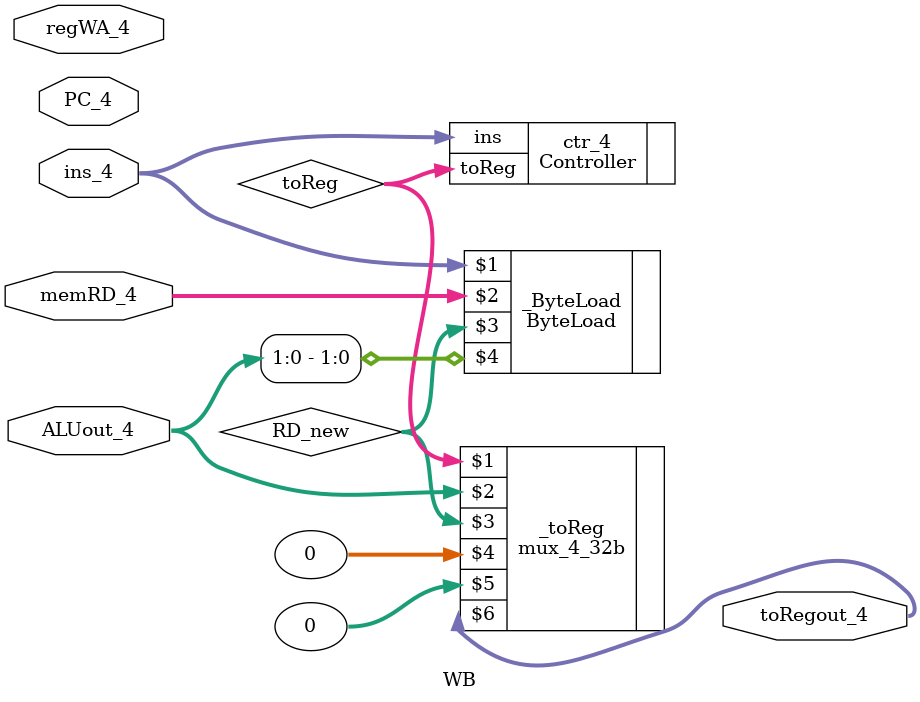
<source format=v>
`timescale 1ns / 1ps

module WB(
    input [31:0] ins_4,
    input [31:0] PC_4,
    input [4:0] regWA_4,
    input [31:0] memRD_4,
    input [31:0] ALUout_4,
	output [31:0] toRegout_4
    );
	 
    wire [1:0] toReg;
	 wire [31:0] RD_new;

    Controller ctr_4(
        .ins(ins_4),
        .toReg(toReg)
        );

    mux_4_32b _toReg(toReg,ALUout_4,RD_new,32'b0,32'b0,toRegout_4);
	 ByteLoad _ByteLoad(ins_4,memRD_4,RD_new,ALUout_4[1:0]);


endmodule

</source>
